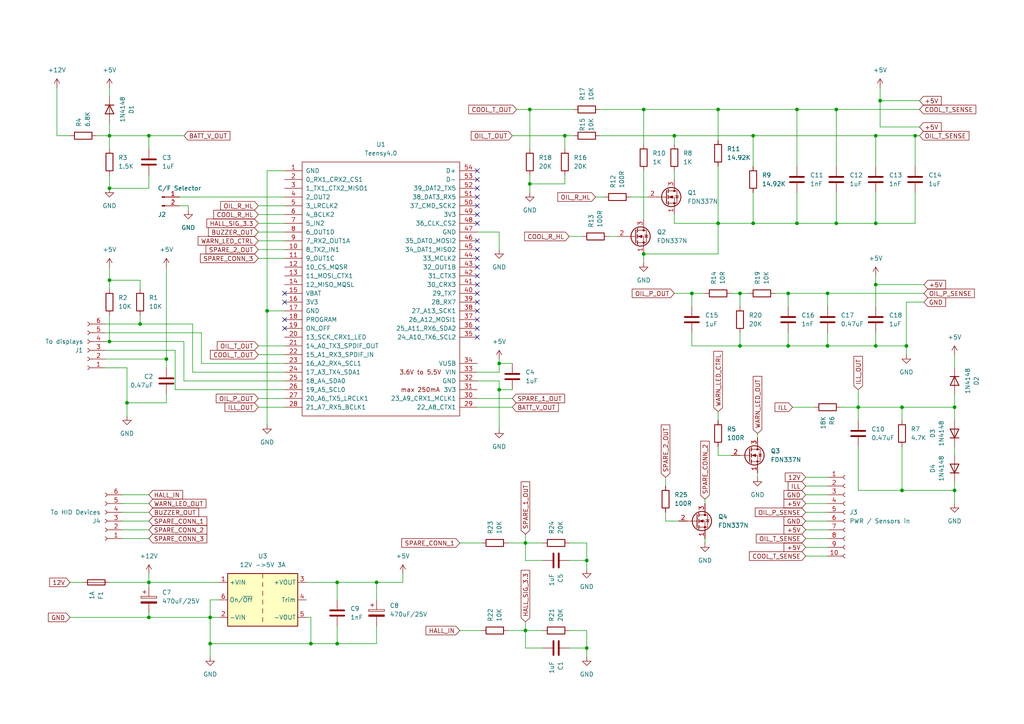
<source format=kicad_sch>
(kicad_sch (version 20231120) (generator "eeschema") (generator_version "8.0")
  (paper "A4")
  (lib_symbols
    (symbol "Connector:Conn_01x02_Pin" (pin_names (offset 1.016) hide)
      (property "Reference" "J" (at 0 2.54 0))
      (property "Value" "Conn_01x02_Pin" (at 0 -5.08 0))
      (symbol "Conn_01x02_Pin_1_1"
        (pin passive line (at 5.08 0 180) (length 3.81) (name "Pin_1") (number "1"))
        (pin passive line (at 5.08 -2.54 180) (length 3.81) (name "Pin_2") (number "2"))
      )
    )
    (symbol "Connector:Conn_01x06_Socket" (pin_names (offset 1.016) hide)
      (property "Reference" "J" (at 0 7.62 0))
      (property "Value" "Conn_01x06_Socket" (at 0 -10.16 0))
      (symbol "Conn_01x06_Socket_1_1"
        (pin passive line (at -5.08 5.08 0) (length 3.81) (name "Pin_1") (number "1"))
        (pin passive line (at -5.08 2.54 0) (length 3.81) (name "Pin_2") (number "2"))
        (pin passive line (at -5.08 0 0) (length 3.81) (name "Pin_3") (number "3"))
        (pin passive line (at -5.08 -2.54 0) (length 3.81) (name "Pin_4") (number "4"))
        (pin passive line (at -5.08 -5.08 0) (length 3.81) (name "Pin_5") (number "5"))
        (pin passive line (at -5.08 -7.62 0) (length 3.81) (name "Pin_6") (number "6"))
      )
    )
    (symbol "Connector:Conn_01x10_Socket" (pin_names (offset 1.016) hide)
      (property "Reference" "J" (at 0 12.7 0))
      (property "Value" "Conn_01x10_Socket" (at 0 -15.24 0))
      (symbol "Conn_01x10_Socket_1_1"
        (pin passive line (at -5.08 10.16 0) (length 3.81) (name "Pin_1") (number "1"))
        (pin passive line (at -5.08 -12.7 0) (length 3.81) (name "Pin_10") (number "10"))
        (pin passive line (at -5.08 7.62 0) (length 3.81) (name "Pin_2") (number "2"))
        (pin passive line (at -5.08 5.08 0) (length 3.81) (name "Pin_3") (number "3"))
        (pin passive line (at -5.08 2.54 0) (length 3.81) (name "Pin_4") (number "4"))
        (pin passive line (at -5.08 0 0) (length 3.81) (name "Pin_5") (number "5"))
        (pin passive line (at -5.08 -2.54 0) (length 3.81) (name "Pin_6") (number "6"))
        (pin passive line (at -5.08 -5.08 0) (length 3.81) (name "Pin_7") (number "7"))
        (pin passive line (at -5.08 -7.62 0) (length 3.81) (name "Pin_8") (number "8"))
        (pin passive line (at -5.08 -10.16 0) (length 3.81) (name "Pin_9") (number "9"))
      )
    )
    (symbol "Converter_DCDC:JTD1524S05"
      (property "Reference" "U" (at -8.89 8.89 0))
      (property "Value" "JTD1524S05" (at 8.89 8.89 0))
      (symbol "JTD1524S05_1_1"
        (pin power_in line (at -12.7 5.08 0) (length 2.54) (name "+VIN") (number "1"))
        (pin power_in line (at -12.7 -5.08 0) (length 2.54) (name "-VIN") (number "2"))
        (pin power_out line (at 12.7 5.08 180) (length 2.54) (name "+VOUT") (number "3"))
        (pin input line (at 12.7 0 180) (length 2.54) (name "Trim") (number "4"))
        (pin power_out line (at 12.7 -5.08 180) (length 2.54) (name "-VOUT") (number "5"))
        (pin input line (at -12.7 0 0) (length 2.54) (name "On/~{Off}") (number "6"))
      )
    )
    (symbol "Device:C" (pin_numbers hide) (pin_names (offset 0.254))
      (property "Reference" "C" (at 0.635 2.54 0))
      (property "Value" "C" (at 0.635 -2.54 0))
      (symbol "C_1_1"
        (pin passive line (at 0 3.81 270) (length 2.794) (name "~") (number "1"))
        (pin passive line (at 0 -3.81 90) (length 2.794) (name "~") (number "2"))
      )
    )
    (symbol "Device:C_Polarized" (pin_numbers hide) (pin_names (offset 0.254))
      (property "Reference" "C" (at 0.635 2.54 0))
      (property "Value" "C_Polarized" (at 0.635 -2.54 0))
      (symbol "C_Polarized_1_1"
        (pin passive line (at 0 3.81 270) (length 2.794) (name "~") (number "1"))
        (pin passive line (at 0 -3.81 90) (length 2.794) (name "~") (number "2"))
      )
    )
    (symbol "Device:D" (pin_numbers hide) (pin_names (offset 1.016) hide)
      (property "Reference" "D" (at 0 2.54 0))
      (property "Value" "D" (at 0 -2.54 0))
      (symbol "D_1_1"
        (pin passive line (at -3.81 0 0) (length 2.54) (name "K") (number "1"))
        (pin passive line (at 3.81 0 180) (length 2.54) (name "A") (number "2"))
      )
    )
    (symbol "Device:Fuse" (pin_numbers hide) (pin_names (offset 0))
      (property "Reference" "F" (at 2.032 0 90))
      (property "Value" "Fuse" (at -1.905 0 90))
      (symbol "Fuse_1_1"
        (pin passive line (at 0 3.81 270) (length 1.27) (name "~") (number "1"))
        (pin passive line (at 0 -3.81 90) (length 1.27) (name "~") (number "2"))
      )
    )
    (symbol "Device:R" (pin_numbers hide) (pin_names (offset 0))
      (property "Reference" "R" (at 2.032 0 90))
      (property "Value" "R" (at 0 0 90))
      (symbol "R_1_1"
        (pin passive line (at 0 3.81 270) (length 1.27) (name "~") (number "1"))
        (pin passive line (at 0 -3.81 90) (length 1.27) (name "~") (number "2"))
      )
    )
    (symbol "Teensy:Teensy4.0" (pin_names (offset 1.016))
      (property "Reference" "U" (at 0 39.37 0))
      (property "Value" "Teensy4.0" (at 0 -39.37 0))
      (symbol "Teensy4.0_0_0"
        (text "3.6V to 5.5V" (at 11.43 -24.13 0) (effects (font (size 1.27 1.27))))
        (text "max 250mA" (at 11.43 -29.21 0) (effects (font (size 1.27 1.27))))
        (pin bidirectional line (at -27.94 11.43 0) (length 5.08) (name "8_TX2_IN1") (number "10"))
        (pin bidirectional line (at -27.94 8.89 0) (length 5.08) (name "9_OUT1C") (number "11"))
        (pin bidirectional line (at -27.94 6.35 0) (length 5.08) (name "10_CS_MQSR") (number "12"))
        (pin bidirectional line (at -27.94 3.81 0) (length 5.08) (name "11_MOSI_CTX1") (number "13"))
        (pin bidirectional line (at -27.94 1.27 0) (length 5.08) (name "12_MISO_MQSL") (number "14"))
        (pin power_in line (at -27.94 -1.27 0) (length 5.08) (name "VBAT") (number "15"))
        (pin power_in line (at -27.94 -3.81 0) (length 5.08) (name "3V3") (number "16"))
        (pin power_in line (at -27.94 -6.35 0) (length 5.08) (name "GND") (number "17"))
        (pin input line (at -27.94 -8.89 0) (length 5.08) (name "PROGRAM") (number "18"))
        (pin input line (at -27.94 -11.43 0) (length 5.08) (name "ON_OFF") (number "19"))
        (pin bidirectional line (at -27.94 -13.97 0) (length 5.08) (name "13_SCK_CRX1_LED") (number "20"))
        (pin bidirectional line (at -27.94 -16.51 0) (length 5.08) (name "14_A0_TX3_SPDIF_OUT") (number "21"))
        (pin bidirectional line (at -27.94 -19.05 0) (length 5.08) (name "15_A1_RX3_SPDIF_IN") (number "22"))
        (pin bidirectional line (at -27.94 -21.59 0) (length 5.08) (name "16_A2_RX4_SCL1") (number "23"))
        (pin bidirectional line (at -27.94 -24.13 0) (length 5.08) (name "17_A3_TX4_SDA1") (number "24"))
        (pin bidirectional line (at -27.94 -26.67 0) (length 5.08) (name "18_A4_SDA0") (number "25"))
        (pin bidirectional line (at -27.94 -29.21 0) (length 5.08) (name "19_A5_SCL0") (number "26"))
        (pin bidirectional line (at -27.94 -31.75 0) (length 5.08) (name "20_A6_TX5_LRCLK1") (number "27"))
        (pin bidirectional line (at -27.94 -34.29 0) (length 5.08) (name "21_A7_RX5_BCLK1") (number "28"))
        (pin bidirectional line (at 27.94 -34.29 180) (length 5.08) (name "22_A8_CTX1") (number "29"))
        (pin bidirectional line (at 27.94 -31.75 180) (length 5.08) (name "23_A9_CRX1_MCLK1") (number "30"))
        (pin power_out line (at 27.94 -29.21 180) (length 5.08) (name "3V3") (number "31"))
        (pin power_in line (at 27.94 -26.67 180) (length 5.08) (name "GND") (number "32"))
        (pin power_in line (at 27.94 -24.13 180) (length 5.08) (name "VIN") (number "33"))
        (pin power_out line (at 27.94 -21.59 180) (length 5.08) (name "VUSB") (number "34"))
        (pin bidirectional line (at 27.94 -13.97 180) (length 5.08) (name "24_A10_TX6_SCL2") (number "35"))
        (pin bidirectional line (at 27.94 -11.43 180) (length 5.08) (name "25_A11_RX6_SDA2") (number "36"))
        (pin bidirectional line (at 27.94 -8.89 180) (length 5.08) (name "26_A12_MOSI1") (number "37"))
        (pin bidirectional line (at 27.94 -6.35 180) (length 5.08) (name "27_A13_SCK1") (number "38"))
        (pin bidirectional line (at 27.94 -3.81 180) (length 5.08) (name "28_RX7") (number "39"))
        (pin bidirectional line (at 27.94 -1.27 180) (length 5.08) (name "29_TX7") (number "40"))
        (pin bidirectional line (at 27.94 1.27 180) (length 5.08) (name "30_CRX3") (number "41"))
        (pin bidirectional line (at 27.94 3.81 180) (length 5.08) (name "31_CTX3") (number "42"))
        (pin bidirectional line (at 27.94 6.35 180) (length 5.08) (name "32_OUT1B") (number "43"))
        (pin bidirectional line (at 27.94 8.89 180) (length 5.08) (name "33_MCLK2") (number "44"))
        (pin bidirectional line (at 27.94 11.43 180) (length 5.08) (name "34_DAT1_MISO2") (number "45"))
        (pin bidirectional line (at 27.94 13.97 180) (length 5.08) (name "35_DAT0_MOSI2") (number "46"))
        (pin power_out line (at 27.94 16.51 180) (length 5.08) (name "GND") (number "47"))
        (pin bidirectional line (at 27.94 19.05 180) (length 5.08) (name "36_CLK_CS2") (number "48"))
        (pin power_out line (at 27.94 21.59 180) (length 5.08) (name "3V3") (number "49"))
        (pin bidirectional line (at -27.94 24.13 0) (length 5.08) (name "3_LRCLK2") (number "5"))
        (pin bidirectional line (at 27.94 24.13 180) (length 5.08) (name "37_CMD_SCK2") (number "50"))
        (pin bidirectional line (at 27.94 26.67 180) (length 5.08) (name "38_DAT3_RX5") (number "51"))
        (pin bidirectional line (at 27.94 29.21 180) (length 5.08) (name "39_DAT2_TX5") (number "52"))
        (pin bidirectional line (at 27.94 31.75 180) (length 5.08) (name "D-") (number "53"))
        (pin bidirectional line (at 27.94 34.29 180) (length 5.08) (name "D+") (number "54"))
        (pin bidirectional line (at -27.94 21.59 0) (length 5.08) (name "4_BCLK2") (number "6"))
        (pin bidirectional line (at -27.94 19.05 0) (length 5.08) (name "5_IN2") (number "7"))
        (pin bidirectional line (at -27.94 16.51 0) (length 5.08) (name "6_OUT1D") (number "8"))
        (pin bidirectional line (at -27.94 13.97 0) (length 5.08) (name "7_RX2_OUT1A") (number "9"))
      )
      (symbol "Teensy4.0_1_1"
        (pin power_in line (at -27.94 34.29 0) (length 5.08) (name "GND") (number "1"))
        (pin bidirectional line (at -27.94 31.75 0) (length 5.08) (name "0_RX1_CRX2_CS1") (number "2"))
        (pin bidirectional line (at -27.94 29.21 0) (length 5.08) (name "1_TX1_CTX2_MISO1") (number "3"))
        (pin bidirectional line (at -27.94 26.67 0) (length 5.08) (name "2_OUT2") (number "4"))
      )
    )
    (symbol "Transistor_FET:2N7000" (pin_names hide)
      (property "Reference" "Q" (at 5.08 1.905 0))
      (property "Value" "2N7000" (at 5.08 0 0))
      (symbol "2N7000_1_1"
        (pin passive line (at 2.54 -5.08 90) (length 2.54) (name "S") (number "1"))
        (pin input line (at -5.08 0 0) (length 2.54) (name "G") (number "2"))
        (pin passive line (at 2.54 5.08 270) (length 2.54) (name "D") (number "3"))
      )
    )
    (symbol "power:+12V" (power) (pin_names (offset 0))
      (property "Value" "+12V" (at 0 3.556 0))
      (symbol "+12V_1_1"
        (pin power_in line (at 0 0 90) (length 0) hide (name "+12V") (number "1"))
      )
    )
    (symbol "power:+5V" (power) (pin_names (offset 0))
      (property "Value" "+5V" (at 0 3.556 0))
      (symbol "+5V_1_1"
        (pin power_in line (at 0 0 90) (length 0) hide (name "+5V") (number "1"))
      )
    )
    (symbol "power:GND" (power) (pin_names (offset 0))
      (property "Value" "GND" (at 0 -3.81 0))
      (symbol "GND_1_1"
        (pin power_in line (at 0 0 270) (length 0) hide (name "GND") (number "1"))
      )
    )
  )
  (junction (at 231.14 64.77))
  (junction (at 144.78 113.03))
  (junction (at 208.28 31.75))
  (junction (at 261.62 118.11))
  (junction (at 231.14 31.75))
  (junction (at 276.86 142.24))
  (junction (at 31.75 81.28))
  (junction (at 200.66 85.09))
  (junction (at 195.58 39.37))
  (junction (at 228.6 100.33))
  (junction (at 248.92 118.11))
  (junction (at 90.17 186.69))
  (junction (at 43.18 179.07))
  (junction (at 97.79 186.69))
  (junction (at 48.26 104.14))
  (junction (at 254 100.33))
  (junction (at 255.27 29.21))
  (junction (at 254 64.77))
  (junction (at 77.47 90.17))
  (junction (at 153.67 31.75))
  (junction (at 254 39.37))
  (junction (at 43.18 168.91))
  (junction (at 262.89 100.33))
  (junction (at 170.18 187.96))
  (junction (at 228.6 85.09))
  (junction (at 163.83 39.37))
  (junction (at 31.75 54.61))
  (junction (at 242.57 31.75))
  (junction (at 60.96 186.69))
  (junction (at 276.86 118.11))
  (junction (at 208.28 64.77))
  (junction (at 153.67 53.34))
  (junction (at 261.62 142.24))
  (junction (at 218.44 64.77))
  (junction (at 36.83 116.84))
  (junction (at 97.79 168.91))
  (junction (at 240.03 85.09))
  (junction (at 152.4 157.48))
  (junction (at 265.43 39.37))
  (junction (at 186.69 73.66))
  (junction (at 170.18 162.56))
  (junction (at 218.44 39.37))
  (junction (at 186.69 31.75))
  (junction (at 31.75 99.06))
  (junction (at 240.03 100.33))
  (junction (at 144.78 105.41))
  (junction (at 254 82.55))
  (junction (at 31.75 39.37))
  (junction (at 214.63 85.09))
  (junction (at 43.18 39.37))
  (junction (at 40.64 93.98))
  (junction (at 214.63 100.33))
  (junction (at 152.4 182.88))
  (junction (at 242.57 64.77))
  (junction (at 60.96 179.07))
  (junction (at 109.22 168.91))
  (no_connect (at 138.43 77.47))
  (no_connect (at 138.43 85.09))
  (no_connect (at 138.43 59.69))
  (no_connect (at 82.55 85.09))
  (no_connect (at 82.55 92.71))
  (no_connect (at 138.43 62.23))
  (no_connect (at 138.43 49.53))
  (no_connect (at 138.43 97.79))
  (no_connect (at 138.43 82.55))
  (no_connect (at 138.43 54.61))
  (no_connect (at 138.43 57.15))
  (no_connect (at 138.43 80.01))
  (no_connect (at 138.43 92.71))
  (no_connect (at 138.43 90.17))
  (no_connect (at 82.55 87.63))
  (no_connect (at 138.43 87.63))
  (no_connect (at 138.43 72.39))
  (no_connect (at 138.43 64.77))
  (no_connect (at 138.43 69.85))
  (no_connect (at 138.43 52.07))
  (no_connect (at 138.43 95.25))
  (no_connect (at 82.55 95.25))
  (no_connect (at 138.43 74.93))
  (wire (pts (xy 82.55 49.53) (xy 77.47 49.53)))
  (wire (pts (xy 152.4 187.96) (xy 157.48 187.96)))
  (wire (pts (xy 242.57 31.75) (xy 266.7 31.75)))
  (wire (pts (xy 144.78 105.41) (xy 144.78 107.95)))
  (wire (pts (xy 219.71 125.73) (xy 219.71 127)))
  (wire (pts (xy 40.64 93.98) (xy 30.48 93.98)))
  (wire (pts (xy 144.78 105.41) (xy 148.59 105.41)))
  (wire (pts (xy 265.43 55.88) (xy 265.43 64.77)))
  (wire (pts (xy 43.18 166.37) (xy 43.18 168.91)))
  (wire (pts (xy 31.75 25.4) (xy 31.75 27.94)))
  (wire (pts (xy 229.87 118.11) (xy 236.22 118.11)))
  (wire (pts (xy 31.75 50.8) (xy 31.75 54.61)))
  (wire (pts (xy 265.43 64.77) (xy 254 64.77)))
  (wire (pts (xy 248.92 118.11) (xy 248.92 121.92)))
  (wire (pts (xy 195.58 64.77) (xy 208.28 64.77)))
  (wire (pts (xy 212.09 85.09) (xy 214.63 85.09)))
  (wire (pts (xy 228.6 100.33) (xy 228.6 96.52)))
  (wire (pts (xy 228.6 100.33) (xy 240.03 100.33)))
  (wire (pts (xy 261.62 142.24) (xy 276.86 142.24)))
  (wire (pts (xy 48.26 104.14) (xy 48.26 106.68)))
  (wire (pts (xy 276.86 118.11) (xy 276.86 121.92)))
  (wire (pts (xy 165.1 68.58) (xy 168.91 68.58)))
  (wire (pts (xy 193.04 138.43) (xy 193.04 140.97)))
  (wire (pts (xy 195.58 49.53) (xy 195.58 52.07)))
  (wire (pts (xy 233.68 148.59) (xy 240.03 148.59)))
  (wire (pts (xy 165.1 157.48) (xy 170.18 157.48)))
  (wire (pts (xy 74.93 64.77) (xy 82.55 64.77)))
  (wire (pts (xy 173.99 39.37) (xy 195.58 39.37)))
  (wire (pts (xy 208.28 31.75) (xy 231.14 31.75)))
  (wire (pts (xy 27.94 39.37) (xy 31.75 39.37)))
  (wire (pts (xy 35.56 148.59) (xy 43.18 148.59)))
  (wire (pts (xy 43.18 43.18) (xy 43.18 39.37)))
  (wire (pts (xy 170.18 187.96) (xy 170.18 190.5)))
  (wire (pts (xy 31.75 77.47) (xy 31.75 81.28)))
  (wire (pts (xy 248.92 118.11) (xy 261.62 118.11)))
  (wire (pts (xy 186.69 31.75) (xy 186.69 41.91)))
  (wire (pts (xy 97.79 186.69) (xy 90.17 186.69)))
  (wire (pts (xy 58.42 96.52) (xy 58.42 105.41)))
  (wire (pts (xy 43.18 177.8) (xy 43.18 179.07)))
  (wire (pts (xy 200.66 100.33) (xy 200.66 96.52)))
  (wire (pts (xy 261.62 118.11) (xy 276.86 118.11)))
  (wire (pts (xy 276.86 114.3) (xy 276.86 118.11)))
  (wire (pts (xy 240.03 85.09) (xy 267.97 85.09)))
  (wire (pts (xy 43.18 39.37) (xy 31.75 39.37)))
  (wire (pts (xy 186.69 31.75) (xy 208.28 31.75)))
  (wire (pts (xy 74.93 59.69) (xy 82.55 59.69)))
  (wire (pts (xy 254 55.88) (xy 254 64.77)))
  (wire (pts (xy 43.18 168.91) (xy 43.18 170.18)))
  (wire (pts (xy 208.28 129.54) (xy 208.28 132.08)))
  (wire (pts (xy 224.79 85.09) (xy 228.6 85.09)))
  (wire (pts (xy 255.27 36.83) (xy 266.7 36.83)))
  (wire (pts (xy 153.67 31.75) (xy 153.67 43.18)))
  (wire (pts (xy 240.03 100.33) (xy 240.03 96.52)))
  (wire (pts (xy 166.37 39.37) (xy 163.83 39.37)))
  (wire (pts (xy 153.67 50.8) (xy 153.67 53.34)))
  (wire (pts (xy 233.68 146.05) (xy 240.03 146.05)))
  (wire (pts (xy 31.75 39.37) (xy 31.75 35.56)))
  (wire (pts (xy 31.75 81.28) (xy 31.75 83.82)))
  (wire (pts (xy 109.22 186.69) (xy 97.79 186.69)))
  (wire (pts (xy 208.28 31.75) (xy 208.28 40.64)))
  (wire (pts (xy 53.34 110.49) (xy 53.34 99.06)))
  (wire (pts (xy 30.48 106.68) (xy 36.83 106.68)))
  (wire (pts (xy 265.43 39.37) (xy 266.7 39.37)))
  (wire (pts (xy 240.03 85.09) (xy 240.03 88.9)))
  (wire (pts (xy 254 82.55) (xy 267.97 82.55)))
  (wire (pts (xy 50.8 113.03) (xy 82.55 113.03)))
  (wire (pts (xy 53.34 39.37) (xy 43.18 39.37)))
  (wire (pts (xy 204.47 156.21) (xy 204.47 157.48)))
  (wire (pts (xy 144.78 104.14) (xy 144.78 105.41)))
  (wire (pts (xy 153.67 31.75) (xy 166.37 31.75)))
  (wire (pts (xy 20.32 179.07) (xy 43.18 179.07)))
  (wire (pts (xy 214.63 96.52) (xy 214.63 100.33)))
  (wire (pts (xy 43.18 54.61) (xy 31.75 54.61)))
  (wire (pts (xy 138.43 67.31) (xy 144.78 67.31)))
  (wire (pts (xy 90.17 186.69) (xy 60.96 186.69)))
  (wire (pts (xy 31.75 39.37) (xy 31.75 43.18)))
  (wire (pts (xy 240.03 100.33) (xy 254 100.33)))
  (wire (pts (xy 248.92 142.24) (xy 261.62 142.24)))
  (wire (pts (xy 214.63 85.09) (xy 217.17 85.09)))
  (wire (pts (xy 16.51 39.37) (xy 20.32 39.37)))
  (wire (pts (xy 262.89 87.63) (xy 262.89 100.33)))
  (wire (pts (xy 30.48 101.6) (xy 50.8 101.6)))
  (wire (pts (xy 148.59 39.37) (xy 163.83 39.37)))
  (wire (pts (xy 36.83 116.84) (xy 36.83 120.65)))
  (wire (pts (xy 133.35 157.48) (xy 139.7 157.48)))
  (wire (pts (xy 214.63 85.09) (xy 214.63 88.9)))
  (wire (pts (xy 208.28 48.26) (xy 208.28 64.77)))
  (wire (pts (xy 74.93 102.87) (xy 82.55 102.87)))
  (wire (pts (xy 265.43 39.37) (xy 265.43 48.26)))
  (wire (pts (xy 138.43 110.49) (xy 144.78 110.49)))
  (wire (pts (xy 218.44 39.37) (xy 218.44 48.26)))
  (wire (pts (xy 261.62 129.54) (xy 261.62 142.24)))
  (wire (pts (xy 43.18 143.51) (xy 35.56 143.51)))
  (wire (pts (xy 77.47 49.53) (xy 77.47 90.17)))
  (wire (pts (xy 48.26 116.84) (xy 36.83 116.84)))
  (wire (pts (xy 233.68 156.21) (xy 240.03 156.21)))
  (wire (pts (xy 231.14 31.75) (xy 231.14 48.26)))
  (wire (pts (xy 242.57 55.88) (xy 242.57 64.77)))
  (wire (pts (xy 144.78 67.31) (xy 144.78 72.39)))
  (wire (pts (xy 243.84 118.11) (xy 248.92 118.11)))
  (wire (pts (xy 233.68 153.67) (xy 240.03 153.67)))
  (wire (pts (xy 53.34 99.06) (xy 31.75 99.06)))
  (wire (pts (xy 170.18 157.48) (xy 170.18 162.56)))
  (wire (pts (xy 35.56 156.21) (xy 43.18 156.21)))
  (wire (pts (xy 195.58 85.09) (xy 200.66 85.09)))
  (wire (pts (xy 40.64 91.44) (xy 40.64 93.98)))
  (wire (pts (xy 60.96 186.69) (xy 60.96 190.5)))
  (wire (pts (xy 254 88.9) (xy 254 82.55)))
  (wire (pts (xy 63.5 173.99) (xy 60.96 173.99)))
  (wire (pts (xy 254 80.01) (xy 254 82.55)))
  (wire (pts (xy 228.6 85.09) (xy 240.03 85.09)))
  (wire (pts (xy 152.4 157.48) (xy 157.48 157.48)))
  (wire (pts (xy 163.83 50.8) (xy 163.83 53.34)))
  (wire (pts (xy 152.4 180.34) (xy 152.4 182.88)))
  (wire (pts (xy 30.48 99.06) (xy 31.75 99.06)))
  (wire (pts (xy 35.56 153.67) (xy 43.18 153.67)))
  (wire (pts (xy 148.59 118.11) (xy 138.43 118.11)))
  (wire (pts (xy 231.14 31.75) (xy 242.57 31.75)))
  (wire (pts (xy 218.44 55.88) (xy 218.44 64.77)))
  (wire (pts (xy 186.69 73.66) (xy 208.28 73.66)))
  (wire (pts (xy 43.18 168.91) (xy 63.5 168.91)))
  (wire (pts (xy 233.68 161.29) (xy 240.03 161.29)))
  (wire (pts (xy 254 39.37) (xy 265.43 39.37)))
  (wire (pts (xy 233.68 143.51) (xy 240.03 143.51)))
  (wire (pts (xy 200.66 85.09) (xy 200.66 88.9)))
  (wire (pts (xy 208.28 119.38) (xy 208.28 121.92)))
  (wire (pts (xy 149.86 31.75) (xy 153.67 31.75)))
  (wire (pts (xy 147.32 157.48) (xy 152.4 157.48)))
  (wire (pts (xy 55.88 107.95) (xy 55.88 93.98)))
  (wire (pts (xy 74.93 62.23) (xy 82.55 62.23)))
  (wire (pts (xy 74.93 74.93) (xy 82.55 74.93)))
  (wire (pts (xy 276.86 102.87) (xy 276.86 106.68)))
  (wire (pts (xy 153.67 53.34) (xy 163.83 53.34)))
  (wire (pts (xy 248.92 113.03) (xy 248.92 118.11)))
  (wire (pts (xy 97.79 168.91) (xy 97.79 173.99)))
  (wire (pts (xy 186.69 49.53) (xy 186.69 63.5)))
  (wire (pts (xy 200.66 100.33) (xy 214.63 100.33)))
  (wire (pts (xy 204.47 144.78) (xy 204.47 146.05)))
  (wire (pts (xy 233.68 151.13) (xy 240.03 151.13)))
  (wire (pts (xy 276.86 142.24) (xy 276.86 146.05)))
  (wire (pts (xy 35.56 151.13) (xy 43.18 151.13)))
  (wire (pts (xy 152.4 162.56) (xy 157.48 162.56)))
  (wire (pts (xy 233.68 158.75) (xy 240.03 158.75)))
  (wire (pts (xy 109.22 168.91) (xy 116.84 168.91)))
  (wire (pts (xy 82.55 110.49) (xy 53.34 110.49)))
  (wire (pts (xy 97.79 168.91) (xy 109.22 168.91)))
  (wire (pts (xy 208.28 64.77) (xy 208.28 73.66)))
  (wire (pts (xy 116.84 168.91) (xy 116.84 166.37)))
  (wire (pts (xy 208.28 132.08) (xy 212.09 132.08)))
  (wire (pts (xy 60.96 173.99) (xy 60.96 179.07)))
  (wire (pts (xy 262.89 100.33) (xy 254 100.33)))
  (wire (pts (xy 182.88 57.15) (xy 187.96 57.15)))
  (wire (pts (xy 242.57 31.75) (xy 242.57 48.26)))
  (wire (pts (xy 48.26 77.47) (xy 48.26 104.14)))
  (wire (pts (xy 219.71 137.16) (xy 219.71 138.43)))
  (wire (pts (xy 74.93 118.11) (xy 82.55 118.11)))
  (wire (pts (xy 74.93 115.57) (xy 82.55 115.57)))
  (wire (pts (xy 193.04 148.59) (xy 193.04 151.13)))
  (wire (pts (xy 208.28 64.77) (xy 218.44 64.77)))
  (wire (pts (xy 40.64 83.82) (xy 40.64 81.28)))
  (wire (pts (xy 74.93 100.33) (xy 82.55 100.33)))
  (wire (pts (xy 254 100.33) (xy 254 96.52)))
  (wire (pts (xy 35.56 146.05) (xy 43.18 146.05)))
  (wire (pts (xy 170.18 162.56) (xy 170.18 165.1)))
  (wire (pts (xy 144.78 113.03) (xy 144.78 124.46)))
  (wire (pts (xy 152.4 157.48) (xy 152.4 162.56)))
  (wire (pts (xy 152.4 154.94) (xy 152.4 157.48)))
  (wire (pts (xy 165.1 182.88) (xy 170.18 182.88)))
  (wire (pts (xy 218.44 39.37) (xy 254 39.37)))
  (wire (pts (xy 152.4 182.88) (xy 157.48 182.88)))
  (wire (pts (xy 214.63 100.33) (xy 228.6 100.33)))
  (wire (pts (xy 165.1 187.96) (xy 170.18 187.96)))
  (wire (pts (xy 138.43 115.57) (xy 148.59 115.57)))
  (wire (pts (xy 255.27 25.4) (xy 255.27 29.21)))
  (wire (pts (xy 176.53 68.58) (xy 179.07 68.58)))
  (wire (pts (xy 50.8 101.6) (xy 50.8 113.03)))
  (wire (pts (xy 77.47 90.17) (xy 77.47 123.19)))
  (wire (pts (xy 152.4 182.88) (xy 152.4 187.96)))
  (wire (pts (xy 186.69 73.66) (xy 186.69 76.2)))
  (wire (pts (xy 43.18 179.07) (xy 60.96 179.07)))
  (wire (pts (xy 30.48 104.14) (xy 48.26 104.14)))
  (wire (pts (xy 97.79 181.61) (xy 97.79 186.69)))
  (wire (pts (xy 163.83 39.37) (xy 163.83 43.18)))
  (wire (pts (xy 254 64.77) (xy 242.57 64.77)))
  (wire (pts (xy 74.93 72.39) (xy 82.55 72.39)))
  (wire (pts (xy 195.58 39.37) (xy 218.44 39.37)))
  (wire (pts (xy 82.55 90.17) (xy 77.47 90.17)))
  (wire (pts (xy 261.62 118.11) (xy 261.62 121.92)))
  (wire (pts (xy 233.68 140.97) (xy 240.03 140.97)))
  (wire (pts (xy 276.86 139.7) (xy 276.86 142.24)))
  (wire (pts (xy 195.58 62.23) (xy 195.58 64.77)))
  (wire (pts (xy 228.6 85.09) (xy 228.6 88.9)))
  (wire (pts (xy 248.92 129.54) (xy 248.92 142.24)))
  (wire (pts (xy 31.75 91.44) (xy 31.75 99.06)))
  (wire (pts (xy 52.07 57.15) (xy 82.55 57.15)))
  (wire (pts (xy 58.42 105.41) (xy 82.55 105.41)))
  (wire (pts (xy 40.64 93.98) (xy 55.88 93.98)))
  (wire (pts (xy 231.14 64.77) (xy 242.57 64.77)))
  (wire (pts (xy 109.22 181.61) (xy 109.22 186.69)))
  (wire (pts (xy 90.17 179.07) (xy 88.9 179.07)))
  (wire (pts (xy 233.68 138.43) (xy 240.03 138.43)))
  (wire (pts (xy 200.66 85.09) (xy 204.47 85.09)))
  (wire (pts (xy 48.26 114.3) (xy 48.26 116.84)))
  (wire (pts (xy 60.96 179.07) (xy 63.5 179.07)))
  (wire (pts (xy 36.83 106.68) (xy 36.83 116.84)))
  (wire (pts (xy 276.86 132.08) (xy 276.86 129.54)))
  (wire (pts (xy 148.59 113.03) (xy 144.78 113.03)))
  (wire (pts (xy 165.1 162.56) (xy 170.18 162.56)))
  (wire (pts (xy 74.93 69.85) (xy 82.55 69.85)))
  (wire (pts (xy 54.61 60.96) (xy 54.61 59.69)))
  (wire (pts (xy 218.44 64.77) (xy 231.14 64.77)))
  (wire (pts (xy 231.14 55.88) (xy 231.14 64.77)))
  (wire (pts (xy 254 39.37) (xy 254 48.26)))
  (wire (pts (xy 30.48 96.52) (xy 58.42 96.52)))
  (wire (pts (xy 109.22 168.91) (xy 109.22 173.99)))
  (wire (pts (xy 40.64 81.28) (xy 31.75 81.28)))
  (wire (pts (xy 16.51 25.4) (xy 16.51 39.37)))
  (wire (pts (xy 133.35 182.88) (xy 139.7 182.88)))
  (wire (pts (xy 172.72 57.15) (xy 175.26 57.15)))
  (wire (pts (xy 54.61 59.69) (xy 52.07 59.69)))
  (wire (pts (xy 82.55 107.95) (xy 55.88 107.95)))
  (wire (pts (xy 43.18 50.8) (xy 43.18 54.61)))
  (wire (pts (xy 195.58 39.37) (xy 195.58 41.91)))
  (wire (pts (xy 88.9 168.91) (xy 97.79 168.91)))
  (wire (pts (xy 255.27 29.21) (xy 266.7 29.21)))
  (wire (pts (xy 173.99 31.75) (xy 186.69 31.75)))
  (wire (pts (xy 170.18 182.88) (xy 170.18 187.96)))
  (wire (pts (xy 90.17 179.07) (xy 90.17 186.69)))
  (wire (pts (xy 262.89 102.87) (xy 262.89 100.33)))
  (wire (pts (xy 20.32 168.91) (xy 24.13 168.91)))
  (wire (pts (xy 262.89 87.63) (xy 267.97 87.63)))
  (wire (pts (xy 31.75 168.91) (xy 43.18 168.91)))
  (wire (pts (xy 147.32 182.88) (xy 152.4 182.88)))
  (wire (pts (xy 255.27 36.83) (xy 255.27 29.21)))
  (wire (pts (xy 153.67 53.34) (xy 153.67 55.88)))
  (wire (pts (xy 193.04 151.13) (xy 196.85 151.13)))
  (wire (pts (xy 144.78 110.49) (xy 144.78 113.03)))
  (wire (pts (xy 60.96 179.07) (xy 60.96 186.69)))
  (wire (pts (xy 138.43 107.95) (xy 144.78 107.95)))
  (wire (pts (xy 74.93 67.31) (xy 82.55 67.31)))
  (global_label "SPARE_1_OUT" (shape input) (at 148.59 115.57 0) (property "Intersheetrefs" "${INTERSHEET_REFS}" (effects (hide yes))))
  (global_label "WARN_LED_OUT" (shape input) (at 43.18 146.05 0) (property "Intersheetrefs" "${INTERSHEET_REFS}" (effects (hide yes))))
  (global_label "OIL_P_OUT" (shape input) (at 195.58 85.09 180) (property "Intersheetrefs" "${INTERSHEET_REFS}" (effects (hide yes))))
  (global_label "OIL_T_OUT" (shape input) (at 74.93 100.33 180) (property "Intersheetrefs" "${INTERSHEET_REFS}" (effects (hide yes))))
  (global_label "SPARE_CONN_1" (shape input) (at 133.35 157.48 180) (property "Intersheetrefs" "${INTERSHEET_REFS}" (effects (hide yes))))
  (global_label "BUZZER_OUT" (shape input) (at 43.18 148.59 0) (property "Intersheetrefs" "${INTERSHEET_REFS}" (effects (hide yes))))
  (global_label "ILL_OUT" (shape input) (at 74.93 118.11 180) (property "Intersheetrefs" "${INTERSHEET_REFS}" (effects (hide yes))))
  (global_label "HALL_SIG_3.3" (shape input) (at 74.93 64.77 180) (property "Intersheetrefs" "${INTERSHEET_REFS}" (effects (hide yes))))
  (global_label "WARN_LED_CTRL" (shape input) (at 74.93 69.85 180) (property "Intersheetrefs" "${INTERSHEET_REFS}" (effects (hide yes))))
  (global_label "HALL_IN" (shape input) (at 133.35 182.88 180) (property "Intersheetrefs" "${INTERSHEET_REFS}" (effects (hide yes))))
  (global_label "COOL_T_OUT" (shape input) (at 149.86 31.75 180) (property "Intersheetrefs" "${INTERSHEET_REFS}" (effects (hide yes))))
  (global_label "ILL_OUT" (shape input) (at 248.92 113.03 90) (property "Intersheetrefs" "${INTERSHEET_REFS}" (effects (hide yes))))
  (global_label "GND" (shape input) (at 20.32 179.07 180) (property "Intersheetrefs" "${INTERSHEET_REFS}" (effects (hide yes))))
  (global_label "ILL" (shape input) (at 233.68 140.97 180) (property "Intersheetrefs" "${INTERSHEET_REFS}" (effects (hide yes))))
  (global_label "12V" (shape input) (at 20.32 168.91 180) (property "Intersheetrefs" "${INTERSHEET_REFS}" (effects (hide yes))))
  (global_label "OIL_P_OUT" (shape input) (at 74.93 115.57 180) (property "Intersheetrefs" "${INTERSHEET_REFS}" (effects (hide yes))))
  (global_label "GND" (shape input) (at 233.68 151.13 180) (property "Intersheetrefs" "${INTERSHEET_REFS}" (effects (hide yes))))
  (global_label "GND" (shape input) (at 233.68 143.51 180) (property "Intersheetrefs" "${INTERSHEET_REFS}" (effects (hide yes))))
  (global_label "BATT_V_OUT" (shape input) (at 148.59 118.11 0) (property "Intersheetrefs" "${INTERSHEET_REFS}" (effects (hide yes))))
  (global_label "OIL_R_HL" (shape input) (at 172.72 57.15 180) (property "Intersheetrefs" "${INTERSHEET_REFS}" (effects (hide yes))))
  (global_label "SPARE_CONN_1" (shape input) (at 43.18 151.13 0) (property "Intersheetrefs" "${INTERSHEET_REFS}" (effects (hide yes))))
  (global_label "SPARE_CONN_3" (shape input) (at 74.93 74.93 180) (property "Intersheetrefs" "${INTERSHEET_REFS}" (effects (hide yes))))
  (global_label "SPARE_CONN_3" (shape input) (at 43.18 156.21 0) (property "Intersheetrefs" "${INTERSHEET_REFS}" (effects (hide yes))))
  (global_label "WARN_LED_CTRL" (shape input) (at 208.28 119.38 90) (property "Intersheetrefs" "${INTERSHEET_REFS}" (effects (hide yes))))
  (global_label "COOL_R_HL" (shape input) (at 74.93 62.23 180) (property "Intersheetrefs" "${INTERSHEET_REFS}" (effects (hide yes))))
  (global_label "+5V" (shape input) (at 267.97 82.55 0) (property "Intersheetrefs" "${INTERSHEET_REFS}" (effects (hide yes))))
  (global_label "BATT_V_OUT" (shape input) (at 53.34 39.37 0) (property "Intersheetrefs" "${INTERSHEET_REFS}" (effects (hide yes))))
  (global_label "OIL_T_SENSE" (shape input) (at 233.68 156.21 180) (property "Intersheetrefs" "${INTERSHEET_REFS}" (effects (hide yes))))
  (global_label "HALL_IN" (shape input) (at 43.18 143.51 0) (property "Intersheetrefs" "${INTERSHEET_REFS}" (effects (hide yes))))
  (global_label "SPARE_2_OUT" (shape input) (at 74.93 72.39 180) (property "Intersheetrefs" "${INTERSHEET_REFS}" (effects (hide yes))))
  (global_label "ILL" (shape input) (at 229.87 118.11 180) (property "Intersheetrefs" "${INTERSHEET_REFS}" (effects (hide yes))))
  (global_label "+5V" (shape input) (at 266.7 29.21 0) (property "Intersheetrefs" "${INTERSHEET_REFS}" (effects (hide yes))))
  (global_label "SPARE_CONN_2" (shape input) (at 43.18 153.67 0) (property "Intersheetrefs" "${INTERSHEET_REFS}" (effects (hide yes))))
  (global_label "GND" (shape input) (at 267.97 87.63 0) (property "Intersheetrefs" "${INTERSHEET_REFS}" (effects (hide yes))))
  (global_label "COOL_R_HL" (shape input) (at 165.1 68.58 180) (property "Intersheetrefs" "${INTERSHEET_REFS}" (effects (hide yes))))
  (global_label "SPARE_2_OUT" (shape input) (at 193.04 138.43 90) (property "Intersheetrefs" "${INTERSHEET_REFS}" (effects (hide yes))))
  (global_label "SPARE_1_OUT" (shape input) (at 152.4 154.94 90) (property "Intersheetrefs" "${INTERSHEET_REFS}" (effects (hide yes))))
  (global_label "WARN_LED_OUT" (shape input) (at 219.71 125.73 90) (property "Intersheetrefs" "${INTERSHEET_REFS}" (effects (hide yes))))
  (global_label "+5V" (shape input) (at 266.7 36.83 0) (property "Intersheetrefs" "${INTERSHEET_REFS}" (effects (hide yes))))
  (global_label "OIL_T_OUT" (shape input) (at 148.59 39.37 180) (property "Intersheetrefs" "${INTERSHEET_REFS}" (effects (hide yes))))
  (global_label "COOL_T_SENSE" (shape input) (at 266.7 31.75 0) (property "Intersheetrefs" "${INTERSHEET_REFS}" (effects (hide yes))))
  (global_label "OIL_P_SENSE" (shape input) (at 233.68 148.59 180) (property "Intersheetrefs" "${INTERSHEET_REFS}" (effects (hide yes))))
  (global_label "HALL_SIG_3.3" (shape input) (at 152.4 180.34 90) (property "Intersheetrefs" "${INTERSHEET_REFS}" (effects (hide yes))))
  (global_label "COOL_T_OUT" (shape input) (at 74.93 102.87 180) (property "Intersheetrefs" "${INTERSHEET_REFS}" (effects (hide yes))))
  (global_label "BUZZER_OUT" (shape input) (at 74.93 67.31 180) (property "Intersheetrefs" "${INTERSHEET_REFS}" (effects (hide yes))))
  (global_label "COOL_T_SENSE" (shape input) (at 233.68 161.29 180) (property "Intersheetrefs" "${INTERSHEET_REFS}" (effects (hide yes))))
  (global_label "+5V" (shape input) (at 233.68 158.75 180) (property "Intersheetrefs" "${INTERSHEET_REFS}" (effects (hide yes))))
  (global_label "OIL_R_HL" (shape input) (at 74.93 59.69 180) (property "Intersheetrefs" "${INTERSHEET_REFS}" (effects (hide yes))))
  (global_label "+5V" (shape input) (at 233.68 153.67 180) (property "Intersheetrefs" "${INTERSHEET_REFS}" (effects (hide yes))))
  (global_label "+5V" (shape input) (at 233.68 146.05 180) (property "Intersheetrefs" "${INTERSHEET_REFS}" (effects (hide yes))))
  (global_label "SPARE_CONN_2" (shape input) (at 204.47 144.78 90) (property "Intersheetrefs" "${INTERSHEET_REFS}" (effects (hide yes))))
  (global_label "OIL_T_SENSE" (shape input) (at 266.7 39.37 0) (property "Intersheetrefs" "${INTERSHEET_REFS}" (effects (hide yes))))
  (global_label "12V" (shape input) (at 233.68 138.43 180) (property "Intersheetrefs" "${INTERSHEET_REFS}" (effects (hide yes))))
  (global_label "OIL_P_SENSE" (shape input) (at 267.97 85.09 0) (property "Intersheetrefs" "${INTERSHEET_REFS}" (effects (hide yes))))
  (symbol (lib_id "power:GND") (at 276.86 146.05 0) (unit 1)
    (property "Reference" "#PWR018" (effects (hide yes)))
    (property "Value" "GND" (at 276.86 151.13 0))
  )
  (symbol (lib_id "Device:C") (at 265.43 52.07 0) (unit 1)
    (property "Reference" "C14" (at 269.24 50.8 0) (effects (justify left)))
    (property "Value" "1uF" (at 269.24 53.34 0) (effects (justify left)))
    (property "Footprint" "Capacitor_THT:C_Disc_D5.0mm_W2.5mm_P5.00mm" (effects (hide yes)))
  )
  (symbol (lib_id "power:+5V") (at 31.75 25.4 0) (unit 1)
    (property "Reference" "#PWR07" (effects (hide yes)))
    (property "Value" "+5V" (at 31.75 20.32 0))
  )
  (symbol (lib_id "Device:R") (at 170.18 31.75 90) (unit 1)
    (property "Reference" "R17" (at 168.91 29.21 0) (effects (justify left)))
    (property "Value" "10K" (at 171.45 29.21 0) (effects (justify left)))
    (property "Footprint" "Resistor_THT:R_Axial_DIN0207_L6.3mm_D2.5mm_P10.16mm_Horizontal" (effects (hide yes)))
  )
  (symbol (lib_id "power:+5V") (at 31.75 77.47 0) (unit 1)
    (property "Reference" "#PWR04" (effects (hide yes)))
    (property "Value" "+5V" (at 31.75 72.39 0))
  )
  (symbol (lib_id "Device:R") (at 218.44 52.07 0) (unit 1)
    (property "Reference" "R9" (at 220.98 50.8 0) (effects (justify left)))
    (property "Value" "14.92K" (at 220.98 53.34 0) (effects (justify left)))
    (property "Footprint" "Resistor_THT:R_Axial_DIN0207_L6.3mm_D2.5mm_P10.16mm_Horizontal" (effects (hide yes)))
  )
  (symbol (lib_id "power:GND") (at 77.47 123.19 0) (unit 1)
    (property "Reference" "#PWR02" (effects (hide yes)))
    (property "Value" "GND" (at 77.47 128.27 0))
  )
  (symbol (lib_id "Device:C") (at 97.79 177.8 0) (unit 1)
    (property "Reference" "C9" (at 101.6 176.53 0) (effects (justify left)))
    (property "Value" "1nF" (at 101.6 179.07 0) (effects (justify left)))
    (property "Footprint" "Capacitor_THT:C_Disc_D5.0mm_W2.5mm_P5.00mm" (effects (hide yes)))
  )
  (symbol (lib_id "Device:C") (at 254 92.71 0) (unit 1)
    (property "Reference" "C18" (at 257.81 91.44 0) (effects (justify left)))
    (property "Value" "1uF" (at 257.81 93.98 0) (effects (justify left)))
    (property "Footprint" "Capacitor_THT:C_Disc_D5.0mm_W2.5mm_P5.00mm" (effects (hide yes)))
  )
  (symbol (lib_id "Device:C") (at 248.92 125.73 0) (unit 1)
    (property "Reference" "C10" (at 252.73 124.46 0) (effects (justify left)))
    (property "Value" "0.47uF" (at 252.73 127 0) (effects (justify left)))
    (property "Footprint" "Capacitor_THT:C_Disc_D5.0mm_W2.5mm_P5.00mm" (effects (hide yes)))
  )
  (symbol (lib_id "Transistor_FET:2N7000") (at 184.15 68.58 0) (unit 1)
    (property "Reference" "Q2" (at 190.5 67.31 0) (effects (justify left)))
    (property "Value" "FDN337N" (at 190.5 69.85 0) (effects (justify left)))
    (property "Footprint" "Package_TO_SOT_SMD:SuperSOT-3" (effects (hide yes)))
  )
  (symbol (lib_id "Device:R") (at 31.75 46.99 0) (unit 1)
    (property "Reference" "R3" (at 34.29 45.72 0) (effects (justify left)))
    (property "Value" "1.5K" (at 34.29 48.26 0) (effects (justify left)))
    (property "Footprint" "Resistor_THT:R_Axial_DIN0207_L6.3mm_D2.5mm_P10.16mm_Horizontal" (effects (hide yes)))
  )
  (symbol (lib_id "Device:D") (at 276.86 110.49 270) (unit 1)
    (property "Reference" "D2" (at 283.21 110.49 0))
    (property "Value" "1N4148" (at 280.67 110.49 0))
    (property "Footprint" "Diode_THT:D_A-405_P7.62mm_Horizontal" (effects (hide yes)))
    (property "Sim.Device" "D" (effects (hide yes)))
    (property "Sim.Pins" "1=K 2=A" (effects (hide yes)))
  )
  (symbol (lib_id "Device:R") (at 186.69 45.72 0) (unit 1)
    (property "Reference" "R10" (at 189.23 44.45 0) (effects (justify left)))
    (property "Value" "1K" (at 189.23 46.99 0) (effects (justify left)))
    (property "Footprint" "Resistor_THT:R_Axial_DIN0207_L6.3mm_D2.5mm_P10.16mm_Horizontal" (effects (hide yes)))
  )
  (symbol (lib_id "Device:R") (at 208.28 85.09 90) (unit 1)
    (property "Reference" "R14" (at 207.01 82.55 0) (effects (justify left)))
    (property "Value" "10R" (at 209.55 82.55 0) (effects (justify left)))
    (property "Footprint" "Resistor_THT:R_Axial_DIN0207_L6.3mm_D2.5mm_P10.16mm_Horizontal" (effects (hide yes)))
  )
  (symbol (lib_id "power:+5V") (at 144.78 104.14 0) (unit 1)
    (property "Reference" "#PWR011" (effects (hide yes)))
    (property "Value" "+5V" (at 144.78 99.06 0))
  )
  (symbol (lib_id "Device:C") (at 228.6 92.71 0) (unit 1)
    (property "Reference" "C16" (at 232.41 91.44 0) (effects (justify left)))
    (property "Value" "1nF" (at 232.41 93.98 0) (effects (justify left)))
    (property "Footprint" "Capacitor_THT:C_Disc_D5.0mm_W2.5mm_P5.00mm" (effects (hide yes)))
  )
  (symbol (lib_id "Device:R") (at 163.83 46.99 0) (unit 1)
    (property "Reference" "R16" (at 166.37 45.72 0) (effects (justify left)))
    (property "Value" "20K" (at 166.37 48.26 0) (effects (justify left)))
    (property "Footprint" "Resistor_THT:R_Axial_DIN0207_L6.3mm_D2.5mm_P10.16mm_Horizontal" (effects (hide yes)))
  )
  (symbol (lib_id "power:+5V") (at 48.26 77.47 0) (unit 1)
    (property "Reference" "#PWR03" (effects (hide yes)))
    (property "Value" "+5V" (at 48.26 72.39 0))
  )
  (symbol (lib_id "Device:D") (at 31.75 31.75 270) (unit 1)
    (property "Reference" "D1" (at 38.1 31.75 0))
    (property "Value" "1N4148" (at 35.56 31.75 0))
    (property "Footprint" "Diode_THT:D_A-405_P7.62mm_Horizontal" (effects (hide yes)))
    (property "Sim.Device" "D" (effects (hide yes)))
    (property "Sim.Pins" "1=K 2=A" (effects (hide yes)))
  )
  (symbol (lib_id "power:GND") (at 31.75 54.61 0) (unit 1)
    (property "Reference" "#PWR08" (effects (hide yes)))
    (property "Value" "GND" (at 31.75 59.69 0))
  )
  (symbol (lib_id "Device:R") (at 208.28 125.73 0) (unit 1)
    (property "Reference" "R5" (at 210.82 124.46 0) (effects (justify left)))
    (property "Value" "100R" (at 210.82 127 0) (effects (justify left)))
    (property "Footprint" "Resistor_THT:R_Axial_DIN0207_L6.3mm_D2.5mm_P10.16mm_Horizontal" (effects (hide yes)))
  )
  (symbol (lib_id "Device:C") (at 43.18 46.99 0) (unit 1)
    (property "Reference" "C3" (at 46.99 45.72 0) (effects (justify left)))
    (property "Value" "1uF" (at 46.99 48.26 0) (effects (justify left)))
    (property "Footprint" "Capacitor_THT:C_Disc_D5.0mm_W2.5mm_P5.00mm" (effects (hide yes)))
  )
  (symbol (lib_id "Device:R") (at 143.51 182.88 90) (unit 1)
    (property "Reference" "R22" (at 142.24 180.34 0) (effects (justify left)))
    (property "Value" "10K" (at 144.78 180.34 0) (effects (justify left)))
    (property "Footprint" "Resistor_THT:R_Axial_DIN0207_L6.3mm_D2.5mm_P10.16mm_Horizontal" (effects (hide yes)))
  )
  (symbol (lib_id "power:+5V") (at 276.86 102.87 0) (unit 1)
    (property "Reference" "#PWR017" (effects (hide yes)))
    (property "Value" "+5V" (at 276.86 97.79 0))
  )
  (symbol (lib_id "Connector:Conn_01x06_Socket") (at 30.48 151.13 180) (unit 1)
    (property "Reference" "J4" (at 29.21 151.13 0) (effects (justify left)))
    (property "Value" "To HID Devices" (at 29.21 148.59 0) (effects (justify left)))
    (property "Footprint" "Connector_Molex:Molex_Mini-Fit_Jr_5569-06A2_2x03_P4.20mm_Horizontal" (effects (hide yes)))
  )
  (symbol (lib_id "power:GND") (at 186.69 76.2 0) (unit 1)
    (property "Reference" "#PWR020" (effects (hide yes)))
    (property "Value" "GND" (at 186.69 81.28 0))
  )
  (symbol (lib_id "power:GND") (at 36.83 120.65 0) (unit 1)
    (property "Reference" "#PWR05" (effects (hide yes)))
    (property "Value" "GND" (at 36.83 125.73 0))
  )
  (symbol (lib_id "Device:R") (at 161.29 157.48 90) (unit 1)
    (property "Reference" "R24" (at 160.02 154.94 0) (effects (justify left)))
    (property "Value" "20K" (at 162.56 154.94 0) (effects (justify left)))
    (property "Footprint" "Resistor_THT:R_Axial_DIN0207_L6.3mm_D2.5mm_P10.16mm_Horizontal" (effects (hide yes)))
  )
  (symbol (lib_id "Device:R") (at 208.28 44.45 0) (unit 1)
    (property "Reference" "R11" (at 210.82 43.18 0) (effects (justify left)))
    (property "Value" "14.92K" (at 210.82 45.72 0) (effects (justify left)))
    (property "Footprint" "Resistor_THT:R_Axial_DIN0207_L6.3mm_D2.5mm_P10.16mm_Horizontal" (effects (hide yes)))
  )
  (symbol (lib_id "Device:C_Polarized") (at 109.22 177.8 0) (unit 1)
    (property "Reference" "C8" (at 113.03 175.641 0) (effects (justify left)))
    (property "Value" "470uF/25V" (at 113.03 178.181 0) (effects (justify left)))
    (property "Footprint" "Capacitor_THT:CP_Radial_D8.0mm_P3.80mm" (effects (hide yes)))
  )
  (symbol (lib_id "Device:D") (at 276.86 125.73 90) (unit 1)
    (property "Reference" "D3" (at 270.51 125.73 0))
    (property "Value" "1N4148" (at 273.05 125.73 0))
    (property "Footprint" "Diode_THT:D_A-405_P7.62mm_Horizontal" (effects (hide yes)))
    (property "Sim.Device" "D" (effects (hide yes)))
    (property "Sim.Pins" "1=K 2=A" (effects (hide yes)))
  )
  (symbol (lib_id "Device:C") (at 148.59 109.22 0) (unit 1)
    (property "Reference" "C4" (at 152.4 107.95 0) (effects (justify left)))
    (property "Value" "1uF" (at 152.4 110.49 0) (effects (justify left)))
    (property "Footprint" "Capacitor_THT:C_Disc_D5.0mm_W2.5mm_P5.00mm" (effects (hide yes)))
  )
  (symbol (lib_id "Converter_DCDC:JTD1524S05") (at 76.2 173.99 0) (unit 1)
    (property "Reference" "U3" (at 76.2 161.29 0))
    (property "Value" "12V ->5V 3A" (at 76.2 163.83 0))
    (property "Footprint" "Converter_DCDC:CPT 7-12V to 5V DCDC Converter" (effects (hide yes)))
  )
  (symbol (lib_id "power:GND") (at 204.47 157.48 0) (unit 1)
    (property "Reference" "#PWR024" (effects (hide yes)))
    (property "Value" "GND" (at 204.47 162.56 0))
  )
  (symbol (lib_id "Connector:Conn_01x06_Socket") (at 25.4 101.6 180) (unit 1)
    (property "Reference" "J1" (at 24.13 101.6 0) (effects (justify left)))
    (property "Value" "To displays" (at 24.13 99.06 0) (effects (justify left)))
    (property "Footprint" "Connector_Molex:Molex_Mini-Fit_Jr_5569-06A2_2x03_P4.20mm_Horizontal" (effects (hide yes)))
  )
  (symbol (lib_id "power:+5V") (at 254 80.01 0) (unit 1)
    (property "Reference" "#PWR022" (effects (hide yes)))
    (property "Value" "+5V" (at 254 74.93 0))
  )
  (symbol (lib_id "power:GND") (at 219.71 138.43 0) (unit 1)
    (property "Reference" "#PWR013" (effects (hide yes)))
    (property "Value" "GND" (at 219.71 143.51 0))
  )
  (symbol (lib_id "power:+12V") (at 43.18 166.37 0) (unit 1)
    (property "Reference" "#PWR015" (effects (hide yes)))
    (property "Value" "+12V" (at 43.18 161.29 0))
  )
  (symbol (lib_id "power:GND") (at 144.78 124.46 0) (unit 1)
    (property "Reference" "#PWR010" (effects (hide yes)))
    (property "Value" "GND" (at 144.78 129.54 0))
  )
  (symbol (lib_id "Device:C") (at 254 52.07 0) (unit 1)
    (property "Reference" "C13" (at 257.81 50.8 0) (effects (justify left)))
    (property "Value" "1nF" (at 257.81 53.34 0) (effects (justify left)))
    (property "Footprint" "Capacitor_THT:C_Disc_D5.0mm_W2.5mm_P5.00mm" (effects (hide yes)))
  )
  (symbol (lib_id "Device:R") (at 195.58 45.72 0) (unit 1)
    (property "Reference" "R8" (at 198.12 44.45 0) (effects (justify left)))
    (property "Value" "1K" (at 198.12 46.99 0) (effects (justify left)))
    (property "Footprint" "Resistor_THT:R_Axial_DIN0207_L6.3mm_D2.5mm_P10.16mm_Horizontal" (effects (hide yes)))
  )
  (symbol (lib_id "Device:R") (at 170.18 39.37 90) (unit 1)
    (property "Reference" "R15" (at 168.91 38.1 0) (effects (justify left)))
    (property "Value" "10K" (at 171.45 38.1 0) (effects (justify left)))
    (property "Footprint" "Resistor_THT:R_Axial_DIN0207_L6.3mm_D2.5mm_P10.16mm_Horizontal" (effects (hide yes)))
  )
  (symbol (lib_id "Teensy:Teensy4.0") (at 110.49 83.82 0) (unit 1)
    (property "Reference" "U1" (at 110.49 41.91 0))
    (property "Value" "Teensy4.0" (at 110.49 44.45 0))
    (property "Footprint" "Teensy:Teensy40_Simplified" (effects (hide yes)))
  )
  (symbol (lib_id "power:GND") (at 153.67 55.88 0) (unit 1)
    (property "Reference" "#PWR01" (effects (hide yes)))
    (property "Value" "GND" (at 153.67 60.96 0))
  )
  (symbol (lib_id "Device:C") (at 161.29 187.96 270) (unit 1)
    (property "Reference" "C1" (at 162.56 191.77 0) (effects (justify left)))
    (property "Value" "1uF" (at 160.02 191.77 0) (effects (justify left)))
    (property "Footprint" "Capacitor_THT:C_Disc_D5.0mm_W2.5mm_P5.00mm" (effects (hide yes)))
  )
  (symbol (lib_id "Device:R") (at 179.07 57.15 90) (unit 1)
    (property "Reference" "R12" (at 177.8 54.61 0) (effects (justify left)))
    (property "Value" "100R" (at 180.34 54.61 0) (effects (justify left)))
    (property "Footprint" "Resistor_THT:R_Axial_DIN0207_L6.3mm_D2.5mm_P10.16mm_Horizontal" (effects (hide yes)))
  )
  (symbol (lib_id "Device:R") (at 143.51 157.48 90) (unit 1)
    (property "Reference" "R23" (at 142.24 154.94 0) (effects (justify left)))
    (property "Value" "10K" (at 144.78 154.94 0) (effects (justify left)))
    (property "Footprint" "Resistor_THT:R_Axial_DIN0207_L6.3mm_D2.5mm_P10.16mm_Horizontal" (effects (hide yes)))
  )
  (symbol (lib_id "Device:C") (at 48.26 110.49 0) (mirror y) (unit 1)
    (property "Reference" "C2" (at 44.45 109.22 0) (effects (justify left)))
    (property "Value" "0.47uF" (at 44.45 111.76 0) (effects (justify left)))
    (property "Footprint" "Capacitor_THT:C_Disc_D5.0mm_W2.5mm_P5.00mm" (effects (hide yes)))
  )
  (symbol (lib_id "Device:D") (at 276.86 135.89 90) (unit 1)
    (property "Reference" "D4" (at 270.51 135.89 0))
    (property "Value" "1N4148" (at 273.05 135.89 0))
    (property "Footprint" "Diode_THT:D_A-405_P7.62mm_Horizontal" (effects (hide yes)))
    (property "Sim.Device" "D" (effects (hide yes)))
    (property "Sim.Pins" "1=K 2=A" (effects (hide yes)))
  )
  (symbol (lib_id "power:+5V") (at 116.84 166.37 0) (unit 1)
    (property "Reference" "#PWR016" (effects (hide yes)))
    (property "Value" "+5V" (at 116.84 161.29 0))
  )
  (symbol (lib_id "Transistor_FET:2N7000") (at 193.04 57.15 0) (unit 1)
    (property "Reference" "Q1" (at 199.39 55.88 0) (effects (justify left)))
    (property "Value" "FDN337N" (at 199.39 58.42 0) (effects (justify left)))
    (property "Footprint" "Package_TO_SOT_SMD:SuperSOT-3" (effects (hide yes)))
  )
  (symbol (lib_id "power:GND") (at 60.96 190.5 0) (unit 1)
    (property "Reference" "#PWR014" (effects (hide yes)))
    (property "Value" "GND" (at 60.96 195.58 0))
  )
  (symbol (lib_id "Device:R") (at 261.62 125.73 0) (unit 1)
    (property "Reference" "R7" (at 264.16 124.46 0) (effects (justify left)))
    (property "Value" "4.7K" (at 264.16 127 0) (effects (justify left)))
    (property "Footprint" "Resistor_THT:R_Axial_DIN0207_L6.3mm_D2.5mm_P10.16mm_Horizontal" (effects (hide yes)))
  )
  (symbol (lib_id "Device:R") (at 40.64 87.63 0) (unit 1)
    (property "Reference" "R1" (at 43.18 86.36 0) (effects (justify left)))
    (property "Value" "10K" (at 43.18 88.9 0) (effects (justify left)))
    (property "Footprint" "Resistor_THT:R_Axial_DIN0207_L6.3mm_D2.5mm_P10.16mm_Horizontal" (effects (hide yes)))
  )
  (symbol (lib_id "Connector:Conn_01x10_Socket") (at 245.11 148.59 0) (unit 1)
    (property "Reference" "J3" (at 246.38 148.59 0) (effects (justify left)))
    (property "Value" "PWR / Sensors in" (at 246.38 151.13 0) (effects (justify left)))
    (property "Footprint" "Connector_Molex:Molex_Mini-Fit_Jr_5569-10A2_2x05_P4.20mm_Horizontal" (effects (hide yes)))
  )
  (symbol (lib_id "Device:R") (at 161.29 182.88 90) (unit 1)
    (property "Reference" "R21" (at 160.02 180.34 0) (effects (justify left)))
    (property "Value" "20K" (at 162.56 180.34 0) (effects (justify left)))
    (property "Footprint" "Resistor_THT:R_Axial_DIN0207_L6.3mm_D2.5mm_P10.16mm_Horizontal" (effects (hide yes)))
  )
  (symbol (lib_id "Device:C_Polarized") (at 43.18 173.99 0) (unit 1)
    (property "Reference" "C7" (at 46.99 171.831 0) (effects (justify left)))
    (property "Value" "470uF/25V" (at 46.99 174.371 0) (effects (justify left)))
    (property "Footprint" "Capacitor_THT:CP_Radial_D8.0mm_P3.80mm" (effects (hide yes)))
  )
  (symbol (lib_id "Device:R") (at 31.75 87.63 0) (unit 1)
    (property "Reference" "R2" (at 34.29 86.36 0) (effects (justify left)))
    (property "Value" "10K" (at 34.29 88.9 0) (effects (justify left)))
    (property "Footprint" "Resistor_THT:R_Axial_DIN0207_L6.3mm_D2.5mm_P10.16mm_Horizontal" (effects (hide yes)))
  )
  (symbol (lib_id "Device:R") (at 214.63 92.71 0) (unit 1)
    (property "Reference" "R20" (at 217.17 91.44 0) (effects (justify left)))
    (property "Value" "20K" (at 217.17 93.98 0) (effects (justify left)))
    (property "Footprint" "Resistor_THT:R_Axial_DIN0207_L6.3mm_D2.5mm_P10.16mm_Horizontal" (effects (hide yes)))
  )
  (symbol (lib_id "Device:R") (at 172.72 68.58 90) (unit 1)
    (property "Reference" "R13" (at 171.45 66.04 0) (effects (justify left)))
    (property "Value" "100R" (at 173.99 66.04 0) (effects (justify left)))
    (property "Footprint" "Resistor_THT:R_Axial_DIN0207_L6.3mm_D2.5mm_P10.16mm_Horizontal" (effects (hide yes)))
  )
  (symbol (lib_id "Device:C") (at 200.66 92.71 0) (unit 1)
    (property "Reference" "C15" (at 204.47 91.44 0) (effects (justify left)))
    (property "Value" "1uF" (at 204.47 93.98 0) (effects (justify left)))
    (property "Footprint" "Capacitor_THT:C_Disc_D5.0mm_W2.5mm_P5.00mm" (effects (hide yes)))
  )
  (symbol (lib_id "Device:C") (at 242.57 52.07 0) (unit 1)
    (property "Reference" "C12" (at 246.38 50.8 0) (effects (justify left)))
    (property "Value" "1uF" (at 246.38 53.34 0) (effects (justify left)))
    (property "Footprint" "Capacitor_THT:C_Disc_D5.0mm_W2.5mm_P5.00mm" (effects (hide yes)))
  )
  (symbol (lib_id "Device:C") (at 240.03 92.71 0) (unit 1)
    (property "Reference" "C17" (at 243.84 91.44 0) (effects (justify left)))
    (property "Value" "0.47uF" (at 243.84 93.98 0) (effects (justify left)))
    (property "Footprint" "Capacitor_THT:C_Disc_D5.0mm_W2.5mm_P5.00mm" (effects (hide yes)))
  )
  (symbol (lib_id "power:GND") (at 54.61 60.96 0) (unit 1)
    (property "Reference" "#PWR09" (effects (hide yes)))
    (property "Value" "GND" (at 54.61 66.04 0))
  )
  (symbol (lib_id "Connector:Conn_01x02_Pin") (at 46.99 57.15 0) (unit 1)
    (property "Reference" "J2" (at 46.99 62.23 0))
    (property "Value" "C/F Selector" (at 52.07 54.61 0))
    (property "Footprint" "Connector_PinHeader_2.54mm:PinHeader_1x02_P2.54mm_Vertical" (effects (hide yes)))
  )
  (symbol (lib_id "power:GND") (at 144.78 72.39 0) (unit 1)
    (property "Reference" "#PWR025" (effects (hide yes)))
    (property "Value" "GND" (at 144.78 77.47 0))
  )
  (symbol (lib_id "Device:R") (at 240.03 118.11 270) (unit 1)
    (property "Reference" "R6" (at 241.3 120.65 0) (effects (justify left)))
    (property "Value" "18K" (at 238.76 120.65 0) (effects (justify left)))
    (property "Footprint" "Resistor_THT:R_Axial_DIN0207_L6.3mm_D2.5mm_P10.16mm_Horizontal" (effects (hide yes)))
  )
  (symbol (lib_id "Transistor_FET:2N7000") (at 217.17 132.08 0) (unit 1)
    (property "Reference" "Q3" (at 223.52 130.81 0) (effects (justify left)))
    (property "Value" "FDN337N" (at 223.52 133.35 0) (effects (justify left)))
    (property "Footprint" "Package_TO_SOT_SMD:SuperSOT-3" (effects (hide yes)))
  )
  (symbol (lib_id "Device:R") (at 153.67 46.99 0) (unit 1)
    (property "Reference" "R18" (at 156.21 45.72 0) (effects (justify left)))
    (property "Value" "20K" (at 156.21 48.26 0) (effects (justify left)))
    (property "Footprint" "Resistor_THT:R_Axial_DIN0207_L6.3mm_D2.5mm_P10.16mm_Horizontal" (effects (hide yes)))
  )
  (symbol (lib_id "Device:R") (at 193.04 144.78 0) (unit 1)
    (property "Reference" "R25" (at 195.58 143.51 0) (effects (justify left)))
    (property "Value" "100R" (at 195.58 146.05 0) (effects (justify left)))
    (property "Footprint" "Resistor_THT:R_Axial_DIN0207_L6.3mm_D2.5mm_P10.16mm_Horizontal" (effects (hide yes)))
  )
  (symbol (lib_id "power:GND") (at 170.18 165.1 0) (unit 1)
    (property "Reference" "#PWR023" (effects (hide yes)))
    (property "Value" "GND" (at 170.18 170.18 0))
  )
  (symbol (lib_id "Device:R") (at 24.13 39.37 90) (unit 1)
    (property "Reference" "R4" (at 22.86 36.83 0) (effects (justify left)))
    (property "Value" "6.8K" (at 25.4 36.83 0) (effects (justify left)))
    (property "Footprint" "Resistor_THT:R_Axial_DIN0207_L6.3mm_D2.5mm_P10.16mm_Horizontal" (effects (hide yes)))
  )
  (symbol (lib_id "power:+12V") (at 16.51 25.4 0) (unit 1)
    (property "Reference" "#PWR06" (effects (hide yes)))
    (property "Value" "+12V" (at 16.51 20.32 0))
  )
  (symbol (lib_id "power:GND") (at 170.18 190.5 0) (unit 1)
    (property "Reference" "#PWR012" (effects (hide yes)))
    (property "Value" "GND" (at 170.18 195.58 0))
  )
  (symbol (lib_id "Device:C") (at 231.14 52.07 0) (unit 1)
    (property "Reference" "C11" (at 234.95 50.8 0) (effects (justify left)))
    (property "Value" "1nF" (at 234.95 53.34 0) (effects (justify left)))
    (property "Footprint" "Capacitor_THT:C_Disc_D5.0mm_W2.5mm_P5.00mm" (effects (hide yes)))
  )
  (symbol (lib_id "Device:C") (at 161.29 162.56 270) (unit 1)
    (property "Reference" "C5" (at 162.56 166.37 0) (effects (justify left)))
    (property "Value" "1uF" (at 160.02 166.37 0) (effects (justify left)))
    (property "Footprint" "Capacitor_THT:C_Disc_D5.0mm_W2.5mm_P5.00mm" (effects (hide yes)))
  )
  (symbol (lib_id "Device:R") (at 220.98 85.09 90) (unit 1)
    (property "Reference" "R19" (at 219.71 82.55 0) (effects (justify left)))
    (property "Value" "10K" (at 222.25 82.55 0) (effects (justify left)))
    (property "Footprint" "Resistor_THT:R_Axial_DIN0207_L6.3mm_D2.5mm_P10.16mm_Horizontal" (effects (hide yes)))
  )
  (symbol (lib_id "power:GND") (at 262.89 102.87 0) (unit 1)
    (property "Reference" "#PWR021" (effects (hide yes)))
    (property "Value" "GND" (at 262.89 107.95 0))
  )
  (symbol (lib_id "Device:Fuse") (at 27.94 168.91 270) (unit 1)
    (property "Reference" "F1" (at 29.21 171.45 0) (effects (justify left)))
    (property "Value" "1A" (at 26.67 171.45 0) (effects (justify left)))
    (property "Footprint" "Resistor_THT:R_Axial_DIN0207_L6.3mm_D2.5mm_P10.16mm_Horizontal" (effects (hide yes)))
  )
  (symbol (lib_id "power:+5V") (at 255.27 25.4 0) (unit 1)
    (property "Reference" "#PWR019" (effects (hide yes)))
    (property "Value" "+5V" (at 255.27 20.32 0))
  )
  (symbol (lib_id "Transistor_FET:2N7000") (at 201.93 151.13 0) (unit 1)
    (property "Reference" "Q4" (at 208.28 149.86 0) (effects (justify left)))
    (property "Value" "FDN337N" (at 208.28 152.4 0) (effects (justify left)))
    (property "Footprint" "Package_TO_SOT_SMD:SuperSOT-3" (effects (hide yes)))
  )
)
</source>
